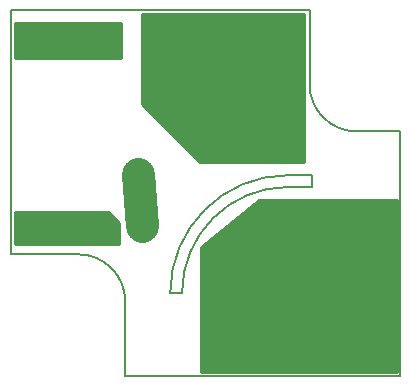
<source format=gbr>
G04 #@! TF.FileFunction,Copper,L2,Bot,Signal*
%FSLAX46Y46*%
G04 Gerber Fmt 4.6, Leading zero omitted, Abs format (unit mm)*
G04 Created by KiCad (PCBNEW 4.0.7) date 10/05/18 13:25:49*
%MOMM*%
%LPD*%
G01*
G04 APERTURE LIST*
%ADD10C,0.100000*%
%ADD11C,0.150000*%
%ADD12C,3.200000*%
%ADD13O,3.600000X1.800000*%
%ADD14C,2.800000*%
%ADD15C,0.254000*%
G04 APERTURE END LIST*
D10*
D11*
X135500000Y-110000000D02*
X133500000Y-110000000D01*
X135500000Y-109000000D02*
X135500000Y-110000000D01*
X133500000Y-109000000D02*
X135500000Y-109000000D01*
X123500000Y-119000000D02*
X124500000Y-119000000D01*
X133500000Y-109000000D02*
G75*
G03X123500000Y-119000000I0J-10000000D01*
G01*
X133500000Y-110000000D02*
G75*
G03X124500000Y-119000000I0J-9000000D01*
G01*
X139300000Y-105300000D02*
X143000000Y-105300000D01*
X135300000Y-101300000D02*
X135300000Y-95000000D01*
X115700000Y-115700000D02*
X110000000Y-115700000D01*
X119700000Y-119700000D02*
X119700000Y-126000000D01*
X119700000Y-119700000D02*
G75*
G03X115700000Y-115700000I-4000000J0D01*
G01*
X135300000Y-101300000D02*
G75*
G03X139300000Y-105300000I4000000J0D01*
G01*
X143000000Y-126000000D02*
X119700000Y-126000000D01*
X143000000Y-105300000D02*
X143000000Y-126000000D01*
X110000000Y-95000000D02*
X135300000Y-95000000D01*
X110000000Y-115700000D02*
X110000000Y-95000000D01*
D12*
X132800000Y-101400000D03*
X128600000Y-120700000D03*
X123000000Y-101300000D03*
X137300000Y-114200000D03*
D13*
X133820000Y-120700000D03*
X138900000Y-120700000D03*
X117500000Y-113500000D03*
X112420000Y-113500000D03*
X125320000Y-97600000D03*
X130400000Y-97600000D03*
D14*
X125589286Y-103734593D02*
X131120340Y-104610627D01*
X129111111Y-117160220D02*
X133523971Y-113712516D01*
X120758257Y-108908372D02*
X121141743Y-113291628D01*
D13*
X112420000Y-97600000D03*
X117500000Y-97600000D03*
D15*
G36*
X142671000Y-125671000D02*
X126127000Y-125671000D01*
X126127000Y-115061039D01*
X131044549Y-111127000D01*
X142671000Y-111127000D01*
X142671000Y-125671000D01*
X142671000Y-125671000D01*
G37*
X142671000Y-125671000D02*
X126127000Y-125671000D01*
X126127000Y-115061039D01*
X131044549Y-111127000D01*
X142671000Y-111127000D01*
X142671000Y-125671000D01*
G36*
X134873000Y-107873000D02*
X126052606Y-107873000D01*
X121127000Y-102947394D01*
X121127000Y-95329000D01*
X134873000Y-95329000D01*
X134873000Y-107873000D01*
X134873000Y-107873000D01*
G37*
X134873000Y-107873000D02*
X126052606Y-107873000D01*
X121127000Y-102947394D01*
X121127000Y-95329000D01*
X134873000Y-95329000D01*
X134873000Y-107873000D01*
G36*
X119173000Y-113052606D02*
X119173000Y-114873000D01*
X110329000Y-114873000D01*
X110329000Y-112127000D01*
X118247394Y-112127000D01*
X119173000Y-113052606D01*
X119173000Y-113052606D01*
G37*
X119173000Y-113052606D02*
X119173000Y-114873000D01*
X110329000Y-114873000D01*
X110329000Y-112127000D01*
X118247394Y-112127000D01*
X119173000Y-113052606D01*
G36*
X119373000Y-99123000D02*
X110329000Y-99123000D01*
X110329000Y-96127000D01*
X119373000Y-96127000D01*
X119373000Y-99123000D01*
X119373000Y-99123000D01*
G37*
X119373000Y-99123000D02*
X110329000Y-99123000D01*
X110329000Y-96127000D01*
X119373000Y-96127000D01*
X119373000Y-99123000D01*
M02*

</source>
